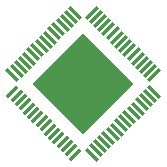
<source format=gtp>
G04 #@! TF.GenerationSoftware,KiCad,Pcbnew,9.0.6*
G04 #@! TF.CreationDate,2026-01-07T12:47:01-06:00*
G04 #@! TF.ProjectId,QFN-64_9x9_P0.5,51464e2d-3634-45f3-9978-395f50302e35,rev?*
G04 #@! TF.SameCoordinates,Original*
G04 #@! TF.FileFunction,Paste,Top*
G04 #@! TF.FilePolarity,Positive*
%FSLAX46Y46*%
G04 Gerber Fmt 4.6, Leading zero omitted, Abs format (unit mm)*
G04 Created by KiCad (PCBNEW 9.0.6) date 2026-01-07 12:47:01*
%MOMM*%
%LPD*%
G01*
G04 APERTURE LIST*
G04 Aperture macros list*
%AMRotRect*
0 Rectangle, with rotation*
0 The origin of the aperture is its center*
0 $1 length*
0 $2 width*
0 $3 Rotation angle, in degrees counterclockwise*
0 Add horizontal line*
21,1,$1,$2,0,0,$3*%
G04 Aperture macros list end*
%ADD10RotRect,0.300000X1.400000X45.000000*%
%ADD11RotRect,0.300000X1.300000X315.000000*%
%ADD12RotRect,0.300000X1.400000X315.000000*%
%ADD13RotRect,6.100000X6.100000X315.000000*%
G04 APERTURE END LIST*
D10*
X120704893Y-116925592D03*
X120351340Y-117279146D03*
X119997786Y-117632699D03*
X119644233Y-117986253D03*
X119290680Y-118339806D03*
X118937126Y-118693359D03*
X118583573Y-119046913D03*
X118230019Y-119400466D03*
X117876466Y-119754019D03*
X117522913Y-120107573D03*
X117169359Y-120461126D03*
X116815806Y-120814680D03*
X116462253Y-121168233D03*
X116108699Y-121521786D03*
X115755146Y-121875340D03*
X115401592Y-122228893D03*
D11*
X115401592Y-123643107D03*
X115755146Y-123996660D03*
X116108699Y-124350214D03*
X116462253Y-124703767D03*
X116815806Y-125057320D03*
X117169359Y-125410874D03*
X117522913Y-125764427D03*
X117876466Y-126117981D03*
X118230019Y-126471534D03*
X118583573Y-126825087D03*
X118937126Y-127178641D03*
X119290680Y-127532194D03*
X119644233Y-127885747D03*
X119997786Y-128239301D03*
X120351340Y-128592854D03*
X120704893Y-128946408D03*
D10*
X122119107Y-128946408D03*
X122472660Y-128592854D03*
X122826214Y-128239301D03*
X123179767Y-127885747D03*
X123533320Y-127532194D03*
X123886874Y-127178641D03*
X124240427Y-126825087D03*
X124593981Y-126471534D03*
X124947534Y-126117981D03*
X125301087Y-125764427D03*
X125654641Y-125410874D03*
X126008194Y-125057320D03*
X126361747Y-124703767D03*
X126715301Y-124350214D03*
X127068854Y-123996660D03*
X127422408Y-123643107D03*
D12*
X127422408Y-122228893D03*
X127068854Y-121875340D03*
X126715301Y-121521786D03*
X126361747Y-121168233D03*
X126008194Y-120814680D03*
X125654641Y-120461126D03*
X125301087Y-120107573D03*
X124947534Y-119754019D03*
X124593981Y-119400466D03*
X124240427Y-119046913D03*
X123886874Y-118693359D03*
X123533320Y-118339806D03*
X123179767Y-117986253D03*
X122826214Y-117632699D03*
X122472660Y-117279146D03*
X122119107Y-116925592D03*
D13*
X121412000Y-122936000D03*
M02*

</source>
